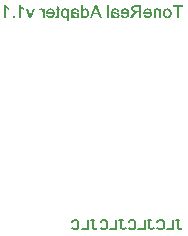
<source format=gbo>
G04*
G04 #@! TF.GenerationSoftware,Altium Limited,Altium Designer,23.3.1 (30)*
G04*
G04 Layer_Color=32896*
%FSLAX44Y44*%
%MOMM*%
G71*
G04*
G04 #@! TF.SameCoordinates,CDB4EB09-7802-4DFF-8E47-A9092604CAE6*
G04*
G04*
G04 #@! TF.FilePolarity,Positive*
G04*
G01*
G75*
%ADD14C,0.1500*%
G36*
X499450Y194634D02*
X499645Y194342D01*
X499860Y194068D01*
X500094Y193815D01*
X500601Y193366D01*
X501108Y192976D01*
X501362Y192800D01*
X501576Y192664D01*
X501791Y192527D01*
X501967Y192430D01*
X502123Y192352D01*
X502240Y192293D01*
X502318Y192254D01*
X502337Y192235D01*
Y190752D01*
X502006Y190869D01*
X501693Y191006D01*
X501420Y191142D01*
X501167Y191259D01*
X500933Y191396D01*
X500718Y191532D01*
X500523Y191649D01*
X500367Y191766D01*
X500211Y191884D01*
X500094Y191981D01*
X499996Y192059D01*
X499899Y192137D01*
X499801Y192254D01*
X499762Y192293D01*
Y184120D01*
X498163D01*
Y194927D01*
X499275D01*
X499450Y194634D01*
D02*
G37*
G36*
X486985D02*
X487180Y194342D01*
X487395Y194068D01*
X487629Y193815D01*
X488136Y193366D01*
X488643Y192976D01*
X488897Y192800D01*
X489111Y192664D01*
X489326Y192527D01*
X489501Y192430D01*
X489658Y192352D01*
X489775Y192293D01*
X489853Y192254D01*
X489872Y192235D01*
Y190752D01*
X489540Y190869D01*
X489228Y191006D01*
X488955Y191142D01*
X488702Y191259D01*
X488468Y191396D01*
X488253Y191532D01*
X488058Y191649D01*
X487902Y191766D01*
X487746Y191884D01*
X487629Y191981D01*
X487531Y192059D01*
X487434Y192137D01*
X487336Y192254D01*
X487297Y192293D01*
Y184120D01*
X485698D01*
Y194927D01*
X486810D01*
X486985Y194634D01*
D02*
G37*
G36*
X579937Y192137D02*
X580425Y192059D01*
X580854Y191962D01*
X581205Y191845D01*
X581478Y191728D01*
X581595Y191669D01*
X581693Y191630D01*
X581751Y191591D01*
X581810Y191552D01*
X581829Y191532D01*
X581849D01*
X582161Y191259D01*
X582395Y190967D01*
X582590Y190635D01*
X582746Y190303D01*
X582844Y190011D01*
X582882Y189874D01*
X582921Y189757D01*
X582941Y189679D01*
Y189601D01*
X582961Y189562D01*
Y189543D01*
X581439Y189367D01*
X581361Y189660D01*
X581263Y189913D01*
X581146Y190109D01*
X581049Y190264D01*
X580951Y190382D01*
X580893Y190460D01*
X580834Y190499D01*
X580815Y190518D01*
X580639Y190616D01*
X580425Y190694D01*
X580229Y190733D01*
X580034Y190772D01*
X579859Y190791D01*
X579722Y190811D01*
X579371D01*
X579176Y190791D01*
X579020Y190772D01*
X578884Y190733D01*
X578767Y190713D01*
X578689Y190674D01*
X578649Y190655D01*
X578630D01*
X578493Y190596D01*
X578396Y190538D01*
X578298Y190479D01*
X578240Y190421D01*
X578142Y190323D01*
X578123Y190303D01*
Y190284D01*
X578025Y190128D01*
X577967Y189991D01*
X577928Y189894D01*
Y189874D01*
Y189855D01*
X577908Y189757D01*
Y189660D01*
X577889Y189426D01*
Y189328D01*
Y189250D01*
Y189192D01*
Y189172D01*
X578025Y189133D01*
X578181Y189094D01*
X578513Y189016D01*
X578669Y188997D01*
X578786Y188977D01*
X578864Y188958D01*
X578903D01*
X580093Y188782D01*
X580405Y188743D01*
X580678Y188684D01*
X580932Y188626D01*
X581166Y188567D01*
X581380Y188489D01*
X581576Y188411D01*
X581751Y188353D01*
X581907Y188275D01*
X582044Y188197D01*
X582161Y188138D01*
X582336Y188021D01*
X582434Y187943D01*
X582473Y187924D01*
X582707Y187670D01*
X582882Y187397D01*
X582999Y187124D01*
X583078Y186870D01*
X583136Y186636D01*
X583156Y186461D01*
X583175Y186324D01*
Y186305D01*
Y186285D01*
X583136Y185895D01*
X583058Y185563D01*
X582941Y185271D01*
X582804Y185017D01*
X582687Y184822D01*
X582570Y184685D01*
X582492Y184607D01*
X582453Y184568D01*
X582161Y184354D01*
X581829Y184217D01*
X581497Y184100D01*
X581166Y184022D01*
X580893Y183983D01*
X580659Y183964D01*
X580561Y183944D01*
X580444D01*
X580151Y183964D01*
X579878Y183983D01*
X579625Y184042D01*
X579371Y184120D01*
X578923Y184295D01*
X578532Y184510D01*
X578357Y184607D01*
X578201Y184705D01*
X578084Y184802D01*
X577967Y184881D01*
X577889Y184959D01*
X577830Y185017D01*
X577791Y185037D01*
X577772Y185056D01*
X577752Y184881D01*
X577713Y184705D01*
X577655Y184549D01*
X577616Y184412D01*
X577557Y184295D01*
X577518Y184198D01*
X577499Y184139D01*
X577479Y184120D01*
X575879D01*
X575977Y184373D01*
X576074Y184607D01*
X576133Y184802D01*
X576172Y184998D01*
X576211Y185134D01*
X576231Y185232D01*
X576250Y185310D01*
Y185329D01*
Y185446D01*
X576270Y185563D01*
Y185875D01*
Y186227D01*
X576289Y186578D01*
Y186909D01*
Y187046D01*
Y187182D01*
Y187280D01*
Y187358D01*
Y187416D01*
Y187436D01*
Y189172D01*
Y189504D01*
X576309Y189777D01*
X576348Y190050D01*
X576367Y190264D01*
X576406Y190440D01*
X576445Y190557D01*
X576465Y190655D01*
Y190674D01*
X576543Y190889D01*
X576660Y191084D01*
X576796Y191259D01*
X576933Y191415D01*
X577069Y191532D01*
X577186Y191630D01*
X577264Y191688D01*
X577303Y191708D01*
X577596Y191864D01*
X577908Y191962D01*
X578259Y192040D01*
X578610Y192098D01*
X578903Y192137D01*
X579040D01*
X579157Y192157D01*
X579391D01*
X579937Y192137D01*
D02*
G37*
G36*
X545858Y192137D02*
X546345Y192059D01*
X546775Y191962D01*
X547126Y191845D01*
X547399Y191728D01*
X547516Y191669D01*
X547613Y191630D01*
X547672Y191591D01*
X547730Y191552D01*
X547750Y191532D01*
X547770D01*
X548082Y191259D01*
X548316Y190967D01*
X548511Y190635D01*
X548667Y190303D01*
X548764Y190011D01*
X548803Y189874D01*
X548842Y189757D01*
X548862Y189679D01*
Y189601D01*
X548881Y189562D01*
Y189543D01*
X547360Y189367D01*
X547282Y189660D01*
X547184Y189913D01*
X547067Y190108D01*
X546970Y190264D01*
X546872Y190382D01*
X546814Y190460D01*
X546755Y190499D01*
X546736Y190518D01*
X546560Y190616D01*
X546345Y190694D01*
X546150Y190733D01*
X545955Y190772D01*
X545780Y190791D01*
X545643Y190811D01*
X545292D01*
X545097Y190791D01*
X544941Y190772D01*
X544804Y190733D01*
X544687Y190713D01*
X544609Y190674D01*
X544570Y190655D01*
X544551D01*
X544414Y190596D01*
X544317Y190538D01*
X544219Y190479D01*
X544161Y190420D01*
X544063Y190323D01*
X544044Y190303D01*
Y190284D01*
X543946Y190128D01*
X543888Y189991D01*
X543849Y189894D01*
Y189874D01*
Y189855D01*
X543829Y189757D01*
Y189660D01*
X543810Y189426D01*
Y189328D01*
Y189250D01*
Y189192D01*
Y189172D01*
X543946Y189133D01*
X544102Y189094D01*
X544434Y189016D01*
X544590Y188997D01*
X544707Y188977D01*
X544785Y188958D01*
X544824D01*
X546014Y188782D01*
X546326Y188743D01*
X546599Y188684D01*
X546853Y188626D01*
X547087Y188567D01*
X547301Y188489D01*
X547496Y188411D01*
X547672Y188353D01*
X547828Y188275D01*
X547965Y188197D01*
X548082Y188138D01*
X548257Y188021D01*
X548355Y187943D01*
X548394Y187924D01*
X548628Y187670D01*
X548803Y187397D01*
X548921Y187124D01*
X548998Y186870D01*
X549057Y186636D01*
X549076Y186461D01*
X549096Y186324D01*
Y186304D01*
Y186285D01*
X549057Y185895D01*
X548979Y185563D01*
X548862Y185271D01*
X548725Y185017D01*
X548608Y184822D01*
X548491Y184685D01*
X548413Y184607D01*
X548374Y184568D01*
X548082Y184354D01*
X547750Y184217D01*
X547418Y184100D01*
X547087Y184022D01*
X546814Y183983D01*
X546580Y183964D01*
X546482Y183944D01*
X546365D01*
X546072Y183964D01*
X545799Y183983D01*
X545546Y184042D01*
X545292Y184120D01*
X544843Y184295D01*
X544453Y184510D01*
X544278Y184607D01*
X544122Y184705D01*
X544005Y184802D01*
X543888Y184881D01*
X543810Y184958D01*
X543751Y185017D01*
X543712Y185037D01*
X543693Y185056D01*
X543673Y184881D01*
X543634Y184705D01*
X543576Y184549D01*
X543536Y184412D01*
X543478Y184295D01*
X543439Y184198D01*
X543419Y184139D01*
X543400Y184120D01*
X541800D01*
X541898Y184373D01*
X541995Y184607D01*
X542054Y184802D01*
X542093Y184998D01*
X542132Y185134D01*
X542151Y185232D01*
X542171Y185310D01*
Y185329D01*
Y185446D01*
X542191Y185563D01*
Y185875D01*
Y186227D01*
X542210Y186578D01*
Y186909D01*
Y187046D01*
Y187182D01*
Y187280D01*
Y187358D01*
Y187416D01*
Y187436D01*
Y189172D01*
Y189504D01*
X542229Y189777D01*
X542268Y190050D01*
X542288Y190264D01*
X542327Y190440D01*
X542366Y190557D01*
X542386Y190655D01*
Y190674D01*
X542464Y190889D01*
X542581Y191084D01*
X542717Y191259D01*
X542854Y191415D01*
X542990Y191532D01*
X543107Y191630D01*
X543185Y191688D01*
X543224Y191708D01*
X543517Y191864D01*
X543829Y191962D01*
X544180Y192040D01*
X544531Y192098D01*
X544824Y192137D01*
X544961D01*
X545078Y192157D01*
X545312D01*
X545858Y192137D01*
D02*
G37*
G36*
X508345Y184120D02*
X506883D01*
X503995Y191981D01*
X505595D01*
X507370Y187046D01*
X507468Y186773D01*
X507546Y186539D01*
X507624Y186343D01*
X507629Y186322D01*
X507702Y186558D01*
X507780Y186831D01*
X507877Y187085D01*
X507936Y187299D01*
X507975Y187377D01*
X507994Y187436D01*
X508014Y187475D01*
Y187495D01*
X509613Y191981D01*
X511233D01*
X508345Y184120D01*
D02*
G37*
G36*
X531852Y193776D02*
Y191981D01*
X532788D01*
Y190694D01*
X531852D01*
Y186480D01*
Y186187D01*
X531832Y185934D01*
Y185700D01*
X531813Y185505D01*
X531793Y185349D01*
Y185251D01*
X531774Y185173D01*
Y185154D01*
X531715Y184978D01*
X531657Y184822D01*
X531559Y184685D01*
X531481Y184568D01*
X531384Y184471D01*
X531306Y184393D01*
X531267Y184354D01*
X531247Y184334D01*
X531071Y184237D01*
X530857Y184159D01*
X530642Y184100D01*
X530428Y184061D01*
X530233Y184042D01*
X530057Y184022D01*
X529745D01*
X529569Y184042D01*
X529199Y184100D01*
X529043Y184120D01*
X528906Y184139D01*
X528828Y184159D01*
X528789D01*
X529004Y185583D01*
X529296Y185544D01*
X529413Y185524D01*
X529511D01*
X529589Y185505D01*
X529823D01*
X529940Y185524D01*
X530018Y185563D01*
X530076Y185602D01*
X530154Y185661D01*
X530174Y185680D01*
X530194Y185758D01*
X530213Y185875D01*
X530233Y186110D01*
X530252Y186227D01*
Y186324D01*
Y186383D01*
Y186402D01*
Y190694D01*
X528965D01*
Y191981D01*
X530252D01*
Y194654D01*
X531852Y193776D01*
D02*
G37*
G36*
X607208Y192137D02*
X607501Y192098D01*
X607793Y192040D01*
X608047Y191981D01*
X608300Y191884D01*
X608535Y191786D01*
X608730Y191688D01*
X608925Y191572D01*
X609081Y191455D01*
X609217Y191357D01*
X609354Y191259D01*
X609451Y191162D01*
X609529Y191103D01*
X609588Y191045D01*
X609607Y191006D01*
X609627Y190986D01*
X609802Y190772D01*
X609939Y190538D01*
X610075Y190284D01*
X610173Y190030D01*
X610349Y189543D01*
X610466Y189055D01*
X610505Y188841D01*
X610524Y188645D01*
X610544Y188470D01*
X610563Y188314D01*
X610583Y188177D01*
Y188080D01*
Y188021D01*
Y188002D01*
X610563Y187651D01*
X610544Y187338D01*
X610485Y187026D01*
X610427Y186734D01*
X610349Y186480D01*
X610271Y186227D01*
X610173Y186012D01*
X610075Y185797D01*
X609997Y185622D01*
X609900Y185466D01*
X609822Y185329D01*
X609744Y185212D01*
X609685Y185134D01*
X609627Y185076D01*
X609607Y185037D01*
X609588Y185017D01*
X609393Y184822D01*
X609178Y184666D01*
X608944Y184529D01*
X608730Y184393D01*
X608261Y184198D01*
X607813Y184081D01*
X607423Y184003D01*
X607247Y183983D01*
X607091Y183964D01*
X606974Y183944D01*
X606798D01*
X606311Y183964D01*
X605882Y184042D01*
X605491Y184159D01*
X605179Y184276D01*
X604906Y184393D01*
X604711Y184510D01*
X604652Y184549D01*
X604594Y184588D01*
X604575Y184607D01*
X604555D01*
X604243Y184881D01*
X603989Y185212D01*
X603775Y185544D01*
X603599Y185875D01*
X603463Y186187D01*
X603424Y186324D01*
X603365Y186422D01*
X603346Y186519D01*
X603326Y186597D01*
X603307Y186636D01*
Y186656D01*
X604887Y186870D01*
X605004Y186558D01*
X605121Y186305D01*
X605257Y186090D01*
X605374Y185934D01*
X605491Y185797D01*
X605569Y185719D01*
X605628Y185661D01*
X605647Y185641D01*
X605823Y185524D01*
X606018Y185446D01*
X606213Y185368D01*
X606389Y185329D01*
X606564Y185310D01*
X606681Y185290D01*
X606798D01*
X607110Y185310D01*
X607403Y185388D01*
X607676Y185485D01*
X607891Y185602D01*
X608066Y185719D01*
X608183Y185817D01*
X608281Y185895D01*
X608300Y185914D01*
X608495Y186168D01*
X608652Y186441D01*
X608769Y186714D01*
X608866Y186987D01*
X608905Y187221D01*
X608944Y187416D01*
Y187495D01*
X608964Y187553D01*
Y187572D01*
Y187592D01*
X603268D01*
Y187943D01*
X603287Y188275D01*
X603326Y188587D01*
X603346Y188880D01*
X603404Y189133D01*
X603443Y189367D01*
X603502Y189582D01*
X603541Y189757D01*
X603599Y189933D01*
X603658Y190069D01*
X603697Y190187D01*
X603736Y190284D01*
X603775Y190362D01*
X603814Y190421D01*
X603833Y190440D01*
Y190460D01*
X604048Y190772D01*
X604282Y191045D01*
X604516Y191279D01*
X604731Y191455D01*
X604926Y191591D01*
X605082Y191688D01*
X605179Y191747D01*
X605218Y191767D01*
X605511Y191903D01*
X605823Y192001D01*
X606096Y192059D01*
X606350Y192118D01*
X606564Y192137D01*
X606720Y192157D01*
X606876D01*
X607208Y192137D01*
D02*
G37*
G36*
X588110D02*
X588403Y192098D01*
X588696Y192040D01*
X588949Y191981D01*
X589203Y191884D01*
X589437Y191786D01*
X589632Y191688D01*
X589827Y191572D01*
X589983Y191455D01*
X590120Y191357D01*
X590256Y191259D01*
X590354Y191162D01*
X590432Y191103D01*
X590490Y191045D01*
X590510Y191006D01*
X590529Y190986D01*
X590705Y190772D01*
X590841Y190538D01*
X590978Y190284D01*
X591076Y190030D01*
X591251Y189543D01*
X591368Y189055D01*
X591407Y188841D01*
X591427Y188645D01*
X591446Y188470D01*
X591466Y188314D01*
X591485Y188177D01*
Y188080D01*
Y188021D01*
Y188002D01*
X591466Y187651D01*
X591446Y187338D01*
X591388Y187026D01*
X591329Y186734D01*
X591251Y186480D01*
X591173Y186227D01*
X591076Y186012D01*
X590978Y185797D01*
X590900Y185622D01*
X590802Y185466D01*
X590724Y185329D01*
X590646Y185212D01*
X590588Y185134D01*
X590529Y185076D01*
X590510Y185037D01*
X590490Y185017D01*
X590295Y184822D01*
X590081Y184666D01*
X589847Y184529D01*
X589632Y184393D01*
X589164Y184198D01*
X588715Y184081D01*
X588325Y184003D01*
X588149Y183983D01*
X587993Y183964D01*
X587876Y183944D01*
X587701D01*
X587213Y183964D01*
X586784Y184042D01*
X586394Y184159D01*
X586082Y184276D01*
X585809Y184393D01*
X585614Y184510D01*
X585555Y184549D01*
X585496Y184588D01*
X585477Y184607D01*
X585457D01*
X585145Y184881D01*
X584892Y185212D01*
X584677Y185544D01*
X584502Y185875D01*
X584365Y186187D01*
X584326Y186324D01*
X584268Y186422D01*
X584248Y186519D01*
X584229Y186597D01*
X584209Y186636D01*
Y186656D01*
X585789Y186870D01*
X585906Y186558D01*
X586023Y186305D01*
X586160Y186090D01*
X586277Y185934D01*
X586394Y185797D01*
X586472Y185719D01*
X586530Y185661D01*
X586550Y185641D01*
X586725Y185524D01*
X586921Y185446D01*
X587116Y185368D01*
X587291Y185329D01*
X587467Y185310D01*
X587584Y185290D01*
X587701D01*
X588013Y185310D01*
X588306Y185388D01*
X588579Y185485D01*
X588793Y185602D01*
X588969Y185719D01*
X589086Y185817D01*
X589183Y185895D01*
X589203Y185914D01*
X589398Y186168D01*
X589554Y186441D01*
X589671Y186714D01*
X589768Y186987D01*
X589808Y187221D01*
X589847Y187416D01*
Y187495D01*
X589866Y187553D01*
Y187572D01*
Y187592D01*
X584170D01*
Y187943D01*
X584189Y188275D01*
X584229Y188587D01*
X584248Y188880D01*
X584306Y189133D01*
X584346Y189367D01*
X584404Y189582D01*
X584443Y189757D01*
X584502Y189933D01*
X584560Y190069D01*
X584599Y190187D01*
X584638Y190284D01*
X584677Y190362D01*
X584716Y190421D01*
X584736Y190440D01*
Y190460D01*
X584950Y190772D01*
X585184Y191045D01*
X585418Y191279D01*
X585633Y191455D01*
X585828Y191591D01*
X585984Y191688D01*
X586082Y191747D01*
X586121Y191767D01*
X586413Y191903D01*
X586725Y192001D01*
X586998Y192059D01*
X587252Y192118D01*
X587467Y192137D01*
X587623Y192157D01*
X587779D01*
X588110Y192137D01*
D02*
G37*
G36*
X524946Y192137D02*
X525239Y192098D01*
X525531Y192040D01*
X525785Y191981D01*
X526039Y191884D01*
X526273Y191786D01*
X526468Y191688D01*
X526663Y191572D01*
X526819Y191454D01*
X526955Y191357D01*
X527092Y191259D01*
X527189Y191162D01*
X527267Y191103D01*
X527326Y191045D01*
X527346Y191006D01*
X527365Y190986D01*
X527541Y190772D01*
X527677Y190538D01*
X527814Y190284D01*
X527911Y190030D01*
X528087Y189543D01*
X528204Y189055D01*
X528243Y188841D01*
X528262Y188645D01*
X528282Y188470D01*
X528301Y188314D01*
X528321Y188177D01*
Y188080D01*
Y188021D01*
Y188002D01*
X528301Y187651D01*
X528282Y187338D01*
X528223Y187026D01*
X528165Y186734D01*
X528087Y186480D01*
X528009Y186227D01*
X527911Y186012D01*
X527814Y185797D01*
X527736Y185622D01*
X527638Y185466D01*
X527560Y185329D01*
X527482Y185212D01*
X527424Y185134D01*
X527365Y185076D01*
X527346Y185037D01*
X527326Y185017D01*
X527131Y184822D01*
X526916Y184666D01*
X526682Y184529D01*
X526468Y184393D01*
X525999Y184198D01*
X525551Y184081D01*
X525161Y184003D01*
X524985Y183983D01*
X524829Y183964D01*
X524712Y183944D01*
X524537D01*
X524049Y183964D01*
X523620Y184042D01*
X523229Y184159D01*
X522917Y184276D01*
X522644Y184393D01*
X522449Y184510D01*
X522391Y184549D01*
X522332Y184588D01*
X522313Y184607D01*
X522293D01*
X521981Y184881D01*
X521727Y185212D01*
X521513Y185544D01*
X521337Y185875D01*
X521201Y186187D01*
X521162Y186324D01*
X521103Y186422D01*
X521084Y186519D01*
X521064Y186597D01*
X521045Y186636D01*
Y186656D01*
X522625Y186870D01*
X522742Y186558D01*
X522859Y186304D01*
X522995Y186090D01*
X523112Y185934D01*
X523229Y185797D01*
X523307Y185719D01*
X523366Y185661D01*
X523386Y185641D01*
X523561Y185524D01*
X523756Y185446D01*
X523951Y185368D01*
X524127Y185329D01*
X524302Y185310D01*
X524419Y185290D01*
X524537D01*
X524849Y185310D01*
X525141Y185388D01*
X525414Y185485D01*
X525629Y185602D01*
X525804Y185719D01*
X525922Y185817D01*
X526019Y185895D01*
X526039Y185914D01*
X526234Y186168D01*
X526390Y186441D01*
X526507Y186714D01*
X526604Y186987D01*
X526643Y187221D01*
X526682Y187416D01*
Y187495D01*
X526702Y187553D01*
Y187572D01*
Y187592D01*
X521006D01*
Y187943D01*
X521025Y188275D01*
X521064Y188587D01*
X521084Y188880D01*
X521142Y189133D01*
X521181Y189367D01*
X521240Y189582D01*
X521279Y189757D01*
X521337Y189933D01*
X521396Y190069D01*
X521435Y190187D01*
X521474Y190284D01*
X521513Y190362D01*
X521552Y190420D01*
X521571Y190440D01*
Y190460D01*
X521786Y190772D01*
X522020Y191045D01*
X522254Y191279D01*
X522469Y191454D01*
X522664Y191591D01*
X522820Y191688D01*
X522917Y191747D01*
X522956Y191766D01*
X523249Y191903D01*
X523561Y192001D01*
X523834Y192059D01*
X524088Y192118D01*
X524302Y192137D01*
X524458Y192157D01*
X524614D01*
X524946Y192137D01*
D02*
G37*
G36*
X636566Y193327D02*
X633133D01*
Y184120D01*
X631436D01*
Y193327D01*
X627983D01*
Y194868D01*
X636566D01*
Y193327D01*
D02*
G37*
G36*
X615050Y192137D02*
X615323Y192098D01*
X615577Y192059D01*
X615791Y192001D01*
X615967Y191923D01*
X616103Y191884D01*
X616181Y191845D01*
X616220Y191825D01*
X616435Y191688D01*
X616650Y191552D01*
X616805Y191396D01*
X616962Y191240D01*
X617001Y191194D01*
Y191981D01*
X618464D01*
Y184120D01*
X616864D01*
Y188411D01*
Y188723D01*
X616825Y188997D01*
X616805Y189231D01*
X616767Y189426D01*
X616727Y189562D01*
X616708Y189679D01*
X616669Y189738D01*
Y189757D01*
X616591Y189933D01*
X616474Y190069D01*
X616376Y190187D01*
X616259Y190303D01*
X616162Y190382D01*
X616084Y190440D01*
X616025Y190460D01*
X616006Y190479D01*
X615830Y190577D01*
X615655Y190635D01*
X615479Y190694D01*
X615323Y190713D01*
X615206Y190733D01*
X615108Y190752D01*
X615011D01*
X614777Y190733D01*
X614562Y190694D01*
X614387Y190616D01*
X614250Y190557D01*
X614133Y190479D01*
X614035Y190401D01*
X613997Y190362D01*
X613977Y190343D01*
X613840Y190167D01*
X613743Y189952D01*
X613684Y189699D01*
X613626Y189465D01*
X613606Y189231D01*
X613587Y189036D01*
Y188958D01*
Y188899D01*
Y188880D01*
Y188860D01*
Y184120D01*
X611987D01*
Y188918D01*
Y189211D01*
X612007Y189484D01*
X612026Y189718D01*
Y189913D01*
X612046Y190069D01*
X612065Y190167D01*
X612085Y190245D01*
Y190264D01*
X612124Y190460D01*
X612202Y190635D01*
X612260Y190791D01*
X612338Y190928D01*
X612416Y191045D01*
X612475Y191142D01*
X612514Y191201D01*
X612533Y191220D01*
X612670Y191376D01*
X612826Y191532D01*
X613002Y191649D01*
X613158Y191747D01*
X613294Y191825D01*
X613411Y191884D01*
X613489Y191903D01*
X613509Y191923D01*
X613743Y192001D01*
X613957Y192059D01*
X614172Y192098D01*
X614367Y192137D01*
X614523D01*
X614640Y192157D01*
X614757D01*
X615050Y192137D01*
D02*
G37*
G36*
X601668Y184120D02*
X599971D01*
Y188743D01*
X598332D01*
X598157Y188723D01*
X598001Y188704D01*
X597864Y188684D01*
X597766Y188665D01*
X597688Y188645D01*
X597649Y188626D01*
X597630D01*
X597493Y188587D01*
X597357Y188509D01*
X597123Y188353D01*
X597025Y188275D01*
X596947Y188197D01*
X596908Y188158D01*
X596889Y188138D01*
X596596Y187846D01*
X596362Y187533D01*
X596264Y187416D01*
X596186Y187319D01*
X596147Y187241D01*
X596128Y187221D01*
X596050Y187104D01*
X595933Y186929D01*
X595816Y186734D01*
X595660Y186500D01*
X595504Y186266D01*
X595348Y185992D01*
X594996Y185466D01*
X594840Y185212D01*
X594684Y184959D01*
X594548Y184725D01*
X594411Y184529D01*
X594314Y184354D01*
X594236Y184237D01*
X594177Y184159D01*
X594158Y184120D01*
X592148D01*
X594002Y187182D01*
X594177Y187456D01*
X594353Y187690D01*
X594528Y187904D01*
X594704Y188119D01*
X594860Y188294D01*
X595036Y188450D01*
X595328Y188704D01*
X595582Y188899D01*
X595699Y188969D01*
X595465Y189016D01*
X595055Y189133D01*
X594684Y189289D01*
X594372Y189445D01*
X594138Y189601D01*
X593943Y189738D01*
X593845Y189816D01*
X593806Y189855D01*
X593533Y190167D01*
X593338Y190499D01*
X593202Y190830D01*
X593104Y191142D01*
X593046Y191435D01*
X593026Y191649D01*
X593007Y191747D01*
Y191806D01*
Y191845D01*
Y191864D01*
X593026Y192118D01*
X593046Y192352D01*
X593085Y192566D01*
X593143Y192761D01*
X593202Y192917D01*
X593241Y193054D01*
X593260Y193132D01*
X593280Y193152D01*
X593397Y193366D01*
X593514Y193581D01*
X593651Y193756D01*
X593787Y193912D01*
X593904Y194029D01*
X594002Y194107D01*
X594060Y194166D01*
X594080Y194186D01*
X594275Y194322D01*
X594470Y194439D01*
X594684Y194537D01*
X594860Y194615D01*
X595036Y194673D01*
X595153Y194712D01*
X595231Y194732D01*
X595270D01*
X595523Y194771D01*
X595796Y194810D01*
X596069Y194829D01*
X596323Y194849D01*
X596557Y194868D01*
X601668D01*
Y184120D01*
D02*
G37*
G36*
X574455D02*
X572856D01*
Y194868D01*
X574455D01*
Y184120D01*
D02*
G37*
G36*
X567940D02*
X566223D01*
X565053Y187299D01*
X560917Y187299D01*
X559688Y184120D01*
X557855D01*
X562185Y194868D01*
X563882D01*
X567940Y184120D01*
D02*
G37*
G36*
X516890Y192137D02*
X517085Y192098D01*
X517260Y192040D01*
X517416Y191942D01*
X517709Y191747D01*
X517962Y191493D01*
X518158Y191259D01*
Y190830D01*
X518411D01*
Y190850D01*
X518372Y190889D01*
X518353Y190947D01*
X518294Y191045D01*
X518158Y191259D01*
Y191981D01*
X519640D01*
Y184120D01*
X518041D01*
Y188255D01*
X518021Y188645D01*
X517982Y188997D01*
X517943Y189289D01*
X517865Y189523D01*
X517807Y189718D01*
X517767Y189835D01*
X517729Y189933D01*
X517709Y189952D01*
X517572Y190147D01*
X517416Y190303D01*
X517260Y190401D01*
X517104Y190479D01*
X516968Y190518D01*
X516851Y190557D01*
X516753D01*
X516597Y190538D01*
X516422Y190518D01*
X516090Y190420D01*
X515953Y190362D01*
X515836Y190323D01*
X515758Y190303D01*
X515739Y190284D01*
X515212Y191649D01*
X515505Y191825D01*
X515778Y191942D01*
X516031Y192040D01*
X516246Y192098D01*
X516422Y192137D01*
X516577Y192157D01*
X516695D01*
X516890Y192137D01*
D02*
G37*
G36*
X494339Y184120D02*
X492564D01*
Y185875D01*
X494339D01*
Y184120D01*
D02*
G37*
G36*
X623848Y192137D02*
X624121Y192118D01*
X624628Y192001D01*
X625096Y191825D01*
X625467Y191649D01*
X625642Y191552D01*
X625779Y191455D01*
X625915Y191357D01*
X626013Y191279D01*
X626091Y191220D01*
X626149Y191162D01*
X626189Y191142D01*
X626208Y191123D01*
X626384Y190928D01*
X626559Y190694D01*
X626696Y190460D01*
X626813Y190226D01*
X627008Y189718D01*
X627125Y189211D01*
X627164Y188977D01*
X627203Y188762D01*
X627222Y188567D01*
X627242Y188392D01*
X627261Y188255D01*
Y188158D01*
Y188080D01*
Y188060D01*
X627242Y187670D01*
X627222Y187319D01*
X627164Y186968D01*
X627086Y186656D01*
X627008Y186383D01*
X626910Y186129D01*
X626813Y185895D01*
X626715Y185680D01*
X626618Y185505D01*
X626520Y185349D01*
X626423Y185212D01*
X626344Y185115D01*
X626267Y185017D01*
X626208Y184959D01*
X626189Y184939D01*
X626169Y184919D01*
X625954Y184744D01*
X625740Y184607D01*
X625506Y184471D01*
X625291Y184354D01*
X624862Y184178D01*
X624452Y184061D01*
X624082Y184003D01*
X623945Y183983D01*
X623809Y183964D01*
X623692Y183944D01*
X623555D01*
X623282Y183964D01*
X623028Y183983D01*
X622560Y184100D01*
X622112Y184256D01*
X621741Y184432D01*
X621409Y184607D01*
X621292Y184685D01*
X621175Y184744D01*
X621097Y184822D01*
X621039Y184861D01*
X621000Y184881D01*
X620980Y184900D01*
X620785Y185095D01*
X620590Y185329D01*
X620453Y185563D01*
X620317Y185817D01*
X620200Y186090D01*
X620102Y186363D01*
X619966Y186909D01*
X619927Y187163D01*
X619888Y187397D01*
X619868Y187612D01*
X619849Y187807D01*
X619829Y187963D01*
Y188080D01*
Y188158D01*
Y188177D01*
X619849Y188528D01*
X619868Y188841D01*
X619927Y189153D01*
X620005Y189426D01*
X620083Y189699D01*
X620161Y189933D01*
X620258Y190147D01*
X620356Y190343D01*
X620473Y190518D01*
X620570Y190674D01*
X620648Y190811D01*
X620727Y190908D01*
X620804Y191006D01*
X620863Y191064D01*
X620882Y191084D01*
X620902Y191103D01*
X621097Y191298D01*
X621312Y191455D01*
X621546Y191591D01*
X621760Y191708D01*
X622209Y191903D01*
X622619Y192020D01*
X622989Y192098D01*
X623145Y192118D01*
X623282Y192137D01*
X623399Y192157D01*
X623555D01*
X623848Y192137D01*
D02*
G37*
G36*
X552139Y191357D02*
X552237Y191454D01*
X552393Y191591D01*
X552568Y191708D01*
X552939Y191903D01*
X553271Y192020D01*
X553602Y192098D01*
X553739Y192118D01*
X553856Y192137D01*
X553953Y192157D01*
X554090D01*
X554363Y192137D01*
X554636Y192118D01*
X554870Y192059D01*
X555104Y191981D01*
X555533Y191806D01*
X555885Y191611D01*
X556158Y191396D01*
X556275Y191298D01*
X556353Y191220D01*
X556431Y191142D01*
X556489Y191084D01*
X556509Y191064D01*
X556528Y191045D01*
X556684Y190830D01*
X556821Y190596D01*
X557055Y190108D01*
X557211Y189621D01*
X557328Y189133D01*
X557367Y188918D01*
X557387Y188704D01*
X557426Y188528D01*
Y188372D01*
X557445Y188236D01*
Y188138D01*
Y188080D01*
Y188060D01*
X557426Y187729D01*
X557406Y187397D01*
X557289Y186812D01*
X557230Y186558D01*
X557133Y186304D01*
X557055Y186090D01*
X556957Y185875D01*
X556879Y185700D01*
X556782Y185544D01*
X556704Y185407D01*
X556645Y185290D01*
X556567Y185193D01*
X556528Y185134D01*
X556509Y185095D01*
X556489Y185076D01*
X556294Y184881D01*
X556099Y184705D01*
X555904Y184549D01*
X555690Y184432D01*
X555494Y184315D01*
X555280Y184217D01*
X554890Y184081D01*
X554558Y184003D01*
X554402Y183983D01*
X554285Y183964D01*
X554168Y183944D01*
X554031D01*
X553758Y183964D01*
X553505Y184003D01*
X553271Y184042D01*
X553056Y184120D01*
X552685Y184295D01*
X552373Y184510D01*
X552139Y184724D01*
X552061Y184812D01*
Y184120D01*
X550559D01*
Y194868D01*
X552139D01*
Y191357D01*
D02*
G37*
G36*
X537119Y192137D02*
X537392Y192098D01*
X537626Y192040D01*
X537840Y191981D01*
X538231Y191786D01*
X538562Y191572D01*
X538796Y191357D01*
X538874Y191270D01*
Y191981D01*
X540357D01*
Y181213D01*
X538757D01*
Y184656D01*
X538679Y184588D01*
X538504Y184451D01*
X538348Y184354D01*
X537996Y184178D01*
X537684Y184061D01*
X537392Y184003D01*
X537158Y183964D01*
X537060Y183944D01*
X536943D01*
X536670Y183964D01*
X536416Y184003D01*
X536163Y184042D01*
X535948Y184120D01*
X535519Y184295D01*
X535168Y184510D01*
X534875Y184724D01*
X534758Y184822D01*
X534661Y184900D01*
X534583Y184978D01*
X534524Y185037D01*
X534505Y185056D01*
X534485Y185076D01*
X534310Y185290D01*
X534154Y185524D01*
X534017Y185778D01*
X533900Y186031D01*
X533724Y186539D01*
X533588Y187026D01*
X533549Y187241D01*
X533529Y187456D01*
X533510Y187651D01*
X533490Y187807D01*
X533471Y187943D01*
Y188041D01*
Y188099D01*
Y188119D01*
Y188450D01*
X533510Y188762D01*
X533607Y189328D01*
X533763Y189816D01*
X533841Y190030D01*
X533919Y190245D01*
X534017Y190420D01*
X534095Y190577D01*
X534173Y190713D01*
X534251Y190830D01*
X534310Y190908D01*
X534349Y190967D01*
X534368Y191006D01*
X534388Y191025D01*
X534563Y191220D01*
X534758Y191396D01*
X534953Y191552D01*
X535148Y191688D01*
X535363Y191786D01*
X535558Y191884D01*
X535948Y192020D01*
X536299Y192098D01*
X536455Y192118D01*
X536592Y192137D01*
X536689Y192157D01*
X536846D01*
X537119Y192137D01*
D02*
G37*
%LPC*%
G36*
X577889Y187924D02*
Y187612D01*
X577908Y187163D01*
X577986Y186773D01*
X578103Y186461D01*
X578220Y186207D01*
X578357Y186012D01*
X578454Y185875D01*
X578532Y185797D01*
X578571Y185778D01*
X578825Y185602D01*
X579098Y185466D01*
X579371Y185388D01*
X579625Y185310D01*
X579839Y185271D01*
X579995Y185251D01*
X580151D01*
X580386Y185271D01*
X580581Y185290D01*
X580756Y185349D01*
X580912Y185407D01*
X581010Y185446D01*
X581107Y185505D01*
X581146Y185524D01*
X581166Y185544D01*
X581283Y185661D01*
X581361Y185778D01*
X581419Y185914D01*
X581459Y186031D01*
X581478Y186148D01*
X581497Y186227D01*
Y186285D01*
Y186305D01*
X581478Y186461D01*
X581439Y186617D01*
X581361Y186734D01*
X581283Y186851D01*
X581068Y187046D01*
X580795Y187182D01*
X580542Y187280D01*
X580327Y187338D01*
X580249Y187358D01*
X580171Y187377D01*
X580112D01*
X579605Y187456D01*
X579176Y187553D01*
X578786Y187631D01*
X578474Y187729D01*
X578220Y187807D01*
X578045Y187865D01*
X577928Y187904D01*
X577889Y187924D01*
D02*
G37*
G36*
X543810Y187924D02*
Y187612D01*
X543829Y187163D01*
X543907Y186773D01*
X544024Y186461D01*
X544141Y186207D01*
X544278Y186012D01*
X544375Y185875D01*
X544453Y185797D01*
X544492Y185778D01*
X544746Y185602D01*
X545019Y185466D01*
X545292Y185388D01*
X545546Y185310D01*
X545760Y185271D01*
X545916Y185251D01*
X546072D01*
X546306Y185271D01*
X546502Y185290D01*
X546677Y185349D01*
X546833Y185407D01*
X546931Y185446D01*
X547028Y185505D01*
X547067Y185524D01*
X547087Y185544D01*
X547204Y185661D01*
X547282Y185778D01*
X547340Y185914D01*
X547379Y186031D01*
X547399Y186148D01*
X547418Y186227D01*
Y186285D01*
Y186304D01*
X547399Y186461D01*
X547360Y186617D01*
X547282Y186734D01*
X547204Y186851D01*
X546989Y187046D01*
X546716Y187182D01*
X546463Y187280D01*
X546248Y187338D01*
X546170Y187358D01*
X546092Y187377D01*
X546033D01*
X545526Y187456D01*
X545097Y187553D01*
X544707Y187631D01*
X544395Y187729D01*
X544141Y187807D01*
X543966Y187865D01*
X543849Y187904D01*
X543810Y187924D01*
D02*
G37*
G36*
X607013Y190811D02*
X606876D01*
X606603Y190791D01*
X606369Y190733D01*
X606155Y190655D01*
X605960Y190577D01*
X605784Y190479D01*
X605667Y190401D01*
X605589Y190343D01*
X605569Y190323D01*
X605374Y190128D01*
X605199Y189913D01*
X605082Y189679D01*
X605004Y189465D01*
X604945Y189250D01*
X604906Y189094D01*
X604887Y188977D01*
Y188958D01*
Y188938D01*
X608886D01*
X608827Y189211D01*
X608749Y189465D01*
X608652Y189679D01*
X608535Y189874D01*
X608437Y190030D01*
X608339Y190147D01*
X608281Y190226D01*
X608261Y190245D01*
X608047Y190440D01*
X607813Y190577D01*
X607579Y190674D01*
X607364Y190733D01*
X607169Y190791D01*
X607013Y190811D01*
D02*
G37*
G36*
X587915D02*
X587779D01*
X587506Y190791D01*
X587272Y190733D01*
X587057Y190655D01*
X586862Y190577D01*
X586686Y190479D01*
X586569Y190401D01*
X586491Y190343D01*
X586472Y190323D01*
X586277Y190128D01*
X586101Y189913D01*
X585984Y189679D01*
X585906Y189465D01*
X585848Y189250D01*
X585809Y189094D01*
X585789Y188977D01*
Y188958D01*
Y188938D01*
X589788D01*
X589729Y189211D01*
X589651Y189465D01*
X589554Y189679D01*
X589437Y189874D01*
X589339Y190030D01*
X589242Y190147D01*
X589183Y190226D01*
X589164Y190245D01*
X588949Y190440D01*
X588715Y190577D01*
X588481Y190674D01*
X588266Y190733D01*
X588071Y190791D01*
X587915Y190811D01*
D02*
G37*
G36*
X524751Y190811D02*
X524614D01*
X524341Y190791D01*
X524107Y190733D01*
X523893Y190655D01*
X523698Y190577D01*
X523522Y190479D01*
X523405Y190401D01*
X523327Y190343D01*
X523307Y190323D01*
X523112Y190128D01*
X522937Y189913D01*
X522820Y189679D01*
X522742Y189465D01*
X522683Y189250D01*
X522644Y189094D01*
X522625Y188977D01*
Y188958D01*
Y188938D01*
X526624D01*
X526565Y189211D01*
X526487Y189465D01*
X526390Y189679D01*
X526273Y189874D01*
X526175Y190030D01*
X526077Y190147D01*
X526019Y190226D01*
X525999Y190245D01*
X525785Y190440D01*
X525551Y190577D01*
X525317Y190674D01*
X525102Y190733D01*
X524907Y190791D01*
X524751Y190811D01*
D02*
G37*
G36*
X599971Y193425D02*
X596850D01*
X596460Y193405D01*
X596128Y193347D01*
X595855Y193269D01*
X595621Y193191D01*
X595465Y193113D01*
X595348Y193034D01*
X595270Y192976D01*
X595250Y192957D01*
X595094Y192781D01*
X594977Y192605D01*
X594879Y192410D01*
X594821Y192235D01*
X594782Y192098D01*
X594762Y191981D01*
Y191884D01*
Y191864D01*
X594782Y191688D01*
X594801Y191513D01*
X594860Y191357D01*
X594899Y191220D01*
X594958Y191103D01*
X595016Y191025D01*
X595036Y190967D01*
X595055Y190947D01*
X595172Y190811D01*
X595309Y190694D01*
X595426Y190616D01*
X595562Y190538D01*
X595660Y190479D01*
X595757Y190440D01*
X595816Y190421D01*
X595835D01*
X596030Y190382D01*
X596245Y190343D01*
X596460Y190323D01*
X596674Y190303D01*
X596869Y190284D01*
X599971D01*
Y193425D01*
D02*
G37*
G36*
X563046Y193024D02*
X563044Y193015D01*
X562985Y192839D01*
X562946Y192683D01*
X562907Y192547D01*
X562868Y192449D01*
X562849Y192391D01*
Y192371D01*
X562810Y192254D01*
X562732Y192079D01*
X562654Y191864D01*
X562537Y191611D01*
X562419Y191318D01*
X562302Y191006D01*
X562049Y190362D01*
X561912Y190030D01*
X561795Y189738D01*
X561678Y189445D01*
X561581Y189192D01*
X561483Y188997D01*
X561425Y188821D01*
X561386Y188723D01*
X561366Y188684D01*
X564624Y188684D01*
X563473Y191611D01*
X563356Y191962D01*
X563258Y192293D01*
X563161Y192605D01*
X563083Y192878D01*
X563046Y193024D01*
D02*
G37*
G36*
X623594Y190811D02*
X623555D01*
X623243Y190791D01*
X622950Y190713D01*
X622697Y190596D01*
X622482Y190479D01*
X622307Y190343D01*
X622189Y190245D01*
X622092Y190167D01*
X622072Y190128D01*
X621858Y189855D01*
X621702Y189523D01*
X621604Y189192D01*
X621526Y188860D01*
X621487Y188567D01*
X621468Y188431D01*
X621448Y188314D01*
Y188236D01*
Y188158D01*
Y188119D01*
Y188099D01*
X621468Y187651D01*
X621526Y187241D01*
X621624Y186890D01*
X621721Y186597D01*
X621819Y186363D01*
X621916Y186187D01*
X621975Y186090D01*
X621994Y186051D01*
X622209Y185797D01*
X622463Y185602D01*
X622736Y185485D01*
X622970Y185388D01*
X623204Y185329D01*
X623379Y185310D01*
X623516Y185290D01*
X623555D01*
X623867Y185329D01*
X624160Y185407D01*
X624433Y185505D01*
X624647Y185641D01*
X624823Y185758D01*
X624940Y185875D01*
X625038Y185953D01*
X625057Y185973D01*
X625252Y186266D01*
X625389Y186578D01*
X625506Y186929D01*
X625564Y187260D01*
X625603Y187572D01*
X625623Y187690D01*
Y187807D01*
X625642Y187904D01*
Y187982D01*
Y188021D01*
Y188041D01*
X625623Y188528D01*
X625545Y188958D01*
X625447Y189328D01*
X625350Y189621D01*
X625233Y189835D01*
X625155Y189991D01*
X625077Y190089D01*
X625057Y190128D01*
X624823Y190362D01*
X624569Y190518D01*
X624316Y190635D01*
X624082Y190733D01*
X623867Y190772D01*
X623711Y190791D01*
X623594Y190811D01*
D02*
G37*
G36*
X554012Y190811D02*
X553973D01*
X553641Y190772D01*
X553368Y190694D01*
X553115Y190557D01*
X552919Y190420D01*
X552763Y190284D01*
X552646Y190147D01*
X552568Y190069D01*
X552549Y190030D01*
X552373Y189718D01*
X552256Y189387D01*
X552159Y189035D01*
X552100Y188684D01*
X552061Y188392D01*
Y188255D01*
X552042Y188138D01*
Y188060D01*
Y187982D01*
Y187943D01*
Y187924D01*
X552061Y187456D01*
X552120Y187046D01*
X552217Y186695D01*
X552315Y186422D01*
X552432Y186207D01*
X552510Y186051D01*
X552588Y185973D01*
X552607Y185934D01*
X552822Y185719D01*
X553036Y185563D01*
X553251Y185446D01*
X553466Y185368D01*
X553641Y185329D01*
X553778Y185310D01*
X553875Y185290D01*
X553914D01*
X554090Y185310D01*
X554265Y185329D01*
X554422Y185388D01*
X554578Y185446D01*
X554695Y185485D01*
X554792Y185544D01*
X554851Y185563D01*
X554870Y185583D01*
X555026Y185719D01*
X555163Y185856D01*
X555280Y186012D01*
X555397Y186168D01*
X555475Y186285D01*
X555533Y186402D01*
X555553Y186480D01*
X555572Y186500D01*
X555650Y186753D01*
X555709Y187007D01*
X555768Y187260D01*
X555787Y187514D01*
X555807Y187709D01*
X555826Y187885D01*
Y188002D01*
Y188021D01*
Y188041D01*
X555807Y188489D01*
X555748Y188899D01*
X555670Y189231D01*
X555592Y189523D01*
X555514Y189757D01*
X555436Y189913D01*
X555377Y190011D01*
X555358Y190050D01*
X555163Y190303D01*
X554948Y190499D01*
X554714Y190635D01*
X554480Y190713D01*
X554285Y190772D01*
X554129Y190791D01*
X554012Y190811D01*
D02*
G37*
G36*
X537002Y190850D02*
X536963D01*
X536670Y190811D01*
X536416Y190733D01*
X536182Y190635D01*
X536007Y190499D01*
X535851Y190362D01*
X535734Y190264D01*
X535656Y190187D01*
X535636Y190147D01*
X535461Y189855D01*
X535324Y189543D01*
X535226Y189192D01*
X535148Y188880D01*
X535109Y188567D01*
Y188450D01*
X535090Y188333D01*
Y188255D01*
Y188177D01*
Y188138D01*
Y188119D01*
X535109Y187612D01*
X535168Y187182D01*
X535265Y186812D01*
X535363Y186500D01*
X535480Y186266D01*
X535558Y186110D01*
X535636Y186012D01*
X535656Y185973D01*
X535870Y185739D01*
X536104Y185583D01*
X536319Y185466D01*
X536533Y185368D01*
X536729Y185329D01*
X536884Y185310D01*
X536982Y185290D01*
X537021D01*
X537314Y185310D01*
X537567Y185388D01*
X537801Y185505D01*
X537996Y185622D01*
X538153Y185739D01*
X538270Y185856D01*
X538348Y185934D01*
X538367Y185953D01*
X538543Y186246D01*
X538679Y186558D01*
X538757Y186909D01*
X538835Y187241D01*
X538874Y187533D01*
Y187670D01*
X538894Y187787D01*
Y187865D01*
Y187943D01*
Y187982D01*
Y188002D01*
X538874Y188470D01*
X538816Y188860D01*
X538718Y189231D01*
X538621Y189523D01*
X538523Y189757D01*
X538426Y189933D01*
X538367Y190030D01*
X538348Y190069D01*
X538133Y190323D01*
X537899Y190518D01*
X537665Y190655D01*
X537450Y190752D01*
X537255Y190811D01*
X537099Y190830D01*
X537002Y190850D01*
D02*
G37*
%LPD*%
D14*
X631005Y12997D02*
X633671D01*
X632338D01*
Y6333D01*
X633671Y5000D01*
X635003D01*
X636336Y6333D01*
X628339Y12997D02*
Y5000D01*
X623007D01*
X615010Y11665D02*
X616343Y12997D01*
X619009D01*
X620341Y11665D01*
Y6333D01*
X619009Y5000D01*
X616343D01*
X615010Y6333D01*
X607012Y12997D02*
X609678D01*
X608345D01*
Y6333D01*
X609678Y5000D01*
X611011D01*
X612344Y6333D01*
X604347Y12997D02*
Y5000D01*
X599015D01*
X591018Y11665D02*
X592351Y12997D01*
X595016D01*
X596349Y11665D01*
Y6333D01*
X595016Y5000D01*
X592351D01*
X591018Y6333D01*
X583020Y12997D02*
X585686D01*
X584353D01*
Y6333D01*
X585686Y5000D01*
X587019D01*
X588352Y6333D01*
X580354Y12997D02*
Y5000D01*
X575023D01*
X567025Y11665D02*
X568358Y12997D01*
X571024D01*
X572357Y11665D01*
Y6333D01*
X571024Y5000D01*
X568358D01*
X567025Y6333D01*
X559028Y12997D02*
X561694D01*
X560361D01*
Y6333D01*
X561694Y5000D01*
X563027D01*
X564360Y6333D01*
X556362Y12997D02*
Y5000D01*
X551031D01*
X543033Y11665D02*
X544366Y12997D01*
X547032D01*
X548365Y11665D01*
Y6333D01*
X547032Y5000D01*
X544366D01*
X543033Y6333D01*
M02*

</source>
